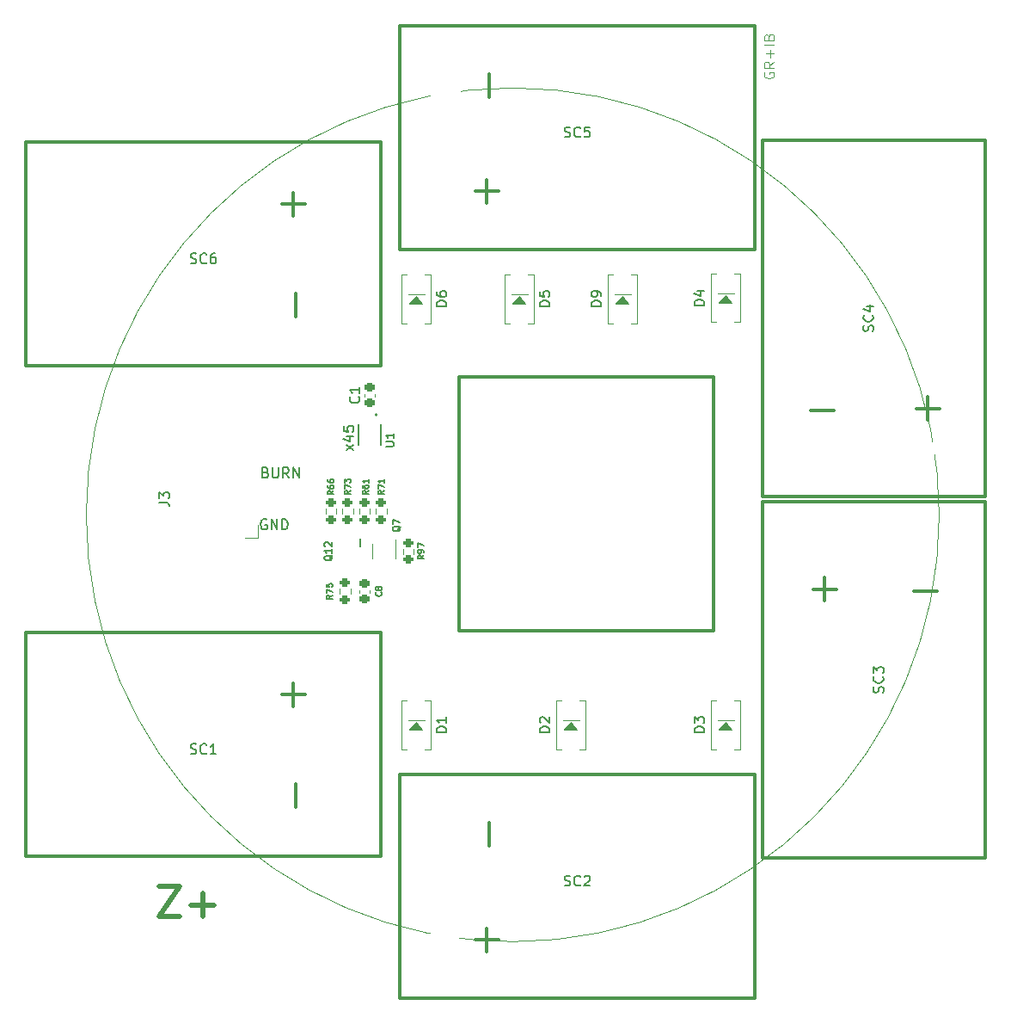
<source format=gto>
%TF.GenerationSoftware,KiCad,Pcbnew,(6.0.5)*%
%TF.CreationDate,2022-07-09T16:00:03-07:00*%
%TF.ProjectId,solar-panel-side-Z-plus,736f6c61-722d-4706-916e-656c2d736964,rev?*%
%TF.SameCoordinates,Original*%
%TF.FileFunction,Legend,Top*%
%TF.FilePolarity,Positive*%
%FSLAX46Y46*%
G04 Gerber Fmt 4.6, Leading zero omitted, Abs format (unit mm)*
G04 Created by KiCad (PCBNEW (6.0.5)) date 2022-07-09 16:00:03*
%MOMM*%
%LPD*%
G01*
G04 APERTURE LIST*
G04 Aperture macros list*
%AMRoundRect*
0 Rectangle with rounded corners*
0 $1 Rounding radius*
0 $2 $3 $4 $5 $6 $7 $8 $9 X,Y pos of 4 corners*
0 Add a 4 corners polygon primitive as box body*
4,1,4,$2,$3,$4,$5,$6,$7,$8,$9,$2,$3,0*
0 Add four circle primitives for the rounded corners*
1,1,$1+$1,$2,$3*
1,1,$1+$1,$4,$5*
1,1,$1+$1,$6,$7*
1,1,$1+$1,$8,$9*
0 Add four rect primitives between the rounded corners*
20,1,$1+$1,$2,$3,$4,$5,0*
20,1,$1+$1,$4,$5,$6,$7,0*
20,1,$1+$1,$6,$7,$8,$9,0*
20,1,$1+$1,$8,$9,$2,$3,0*%
G04 Aperture macros list end*
%ADD10C,0.120000*%
%ADD11C,0.500000*%
%ADD12C,0.150000*%
%ADD13C,0.100000*%
%ADD14C,0.300000*%
%ADD15C,0.127000*%
%ADD16C,0.200000*%
%ADD17R,1.700000X2.500000*%
%ADD18C,3.000000*%
%ADD19R,1.700000X1.700000*%
%ADD20O,1.700000X1.700000*%
%ADD21RoundRect,0.225000X0.250000X-0.225000X0.250000X0.225000X-0.250000X0.225000X-0.250000X-0.225000X0*%
%ADD22R,0.270000X0.740000*%
%ADD23R,1.350000X0.650000*%
%ADD24C,3.800000*%
%ADD25C,2.600000*%
%ADD26RoundRect,0.200000X0.275000X-0.200000X0.275000X0.200000X-0.275000X0.200000X-0.275000X-0.200000X0*%
%ADD27RoundRect,0.200000X-0.275000X0.200000X-0.275000X-0.200000X0.275000X-0.200000X0.275000X0.200000X0*%
%ADD28R,0.400000X0.650000*%
%ADD29RoundRect,0.225000X-0.250000X0.225000X-0.250000X-0.225000X0.250000X-0.225000X0.250000X0.225000X0*%
%ADD30R,0.400000X0.600000*%
G04 APERTURE END LIST*
D10*
X191220000Y-96164000D02*
G75*
G03*
X191220000Y-96164000I-42000000J0D01*
G01*
D11*
X114389257Y-132723142D02*
X116389257Y-132723142D01*
X114389257Y-135723142D01*
X116389257Y-135723142D01*
X117532114Y-134580285D02*
X119817828Y-134580285D01*
X118674971Y-135723142D02*
X118674971Y-133437428D01*
D12*
X133548380Y-89796785D02*
X132881714Y-89272976D01*
X132881714Y-89796785D02*
X133548380Y-89272976D01*
X132881714Y-88463452D02*
X133548380Y-88463452D01*
X132500761Y-88701547D02*
X133215047Y-88939642D01*
X133215047Y-88320595D01*
X132548380Y-87463452D02*
X132548380Y-87939642D01*
X133024571Y-87987261D01*
X132976952Y-87939642D01*
X132929333Y-87844404D01*
X132929333Y-87606309D01*
X132976952Y-87511071D01*
X133024571Y-87463452D01*
X133119809Y-87415833D01*
X133357904Y-87415833D01*
X133453142Y-87463452D01*
X133500761Y-87511071D01*
X133548380Y-87606309D01*
X133548380Y-87844404D01*
X133500761Y-87939642D01*
X133453142Y-87987261D01*
D13*
X173998000Y-52649238D02*
X173950380Y-52744476D01*
X173950380Y-52887333D01*
X173998000Y-53030190D01*
X174093238Y-53125428D01*
X174188476Y-53173047D01*
X174378952Y-53220666D01*
X174521809Y-53220666D01*
X174712285Y-53173047D01*
X174807523Y-53125428D01*
X174902761Y-53030190D01*
X174950380Y-52887333D01*
X174950380Y-52792095D01*
X174902761Y-52649238D01*
X174855142Y-52601619D01*
X174521809Y-52601619D01*
X174521809Y-52792095D01*
X174950380Y-51601619D02*
X174474190Y-51934952D01*
X174950380Y-52173047D02*
X173950380Y-52173047D01*
X173950380Y-51792095D01*
X173998000Y-51696857D01*
X174045619Y-51649238D01*
X174140857Y-51601619D01*
X174283714Y-51601619D01*
X174378952Y-51649238D01*
X174426571Y-51696857D01*
X174474190Y-51792095D01*
X174474190Y-52173047D01*
X174569428Y-51173047D02*
X174569428Y-50411142D01*
X174950380Y-50792095D02*
X174188476Y-50792095D01*
X174950380Y-49934952D02*
X173950380Y-49934952D01*
X174426571Y-49125428D02*
X174474190Y-48982571D01*
X174521809Y-48934952D01*
X174617047Y-48887333D01*
X174759904Y-48887333D01*
X174855142Y-48934952D01*
X174902761Y-48982571D01*
X174950380Y-49077809D01*
X174950380Y-49458761D01*
X173950380Y-49458761D01*
X173950380Y-49125428D01*
X173998000Y-49030190D01*
X174045619Y-48982571D01*
X174140857Y-48934952D01*
X174236095Y-48934952D01*
X174331333Y-48982571D01*
X174378952Y-49030190D01*
X174426571Y-49125428D01*
X174426571Y-49458761D01*
D12*
X152852380Y-117578095D02*
X151852380Y-117578095D01*
X151852380Y-117340000D01*
X151900000Y-117197142D01*
X151995238Y-117101904D01*
X152090476Y-117054285D01*
X152280952Y-117006666D01*
X152423809Y-117006666D01*
X152614285Y-117054285D01*
X152709523Y-117101904D01*
X152804761Y-117197142D01*
X152852380Y-117340000D01*
X152852380Y-117578095D01*
X151947619Y-116625714D02*
X151900000Y-116578095D01*
X151852380Y-116482857D01*
X151852380Y-116244761D01*
X151900000Y-116149523D01*
X151947619Y-116101904D01*
X152042857Y-116054285D01*
X152138095Y-116054285D01*
X152280952Y-116101904D01*
X152852380Y-116673333D01*
X152852380Y-116054285D01*
X168092380Y-117578095D02*
X167092380Y-117578095D01*
X167092380Y-117340000D01*
X167140000Y-117197142D01*
X167235238Y-117101904D01*
X167330476Y-117054285D01*
X167520952Y-117006666D01*
X167663809Y-117006666D01*
X167854285Y-117054285D01*
X167949523Y-117101904D01*
X168044761Y-117197142D01*
X168092380Y-117340000D01*
X168092380Y-117578095D01*
X167092380Y-116673333D02*
X167092380Y-116054285D01*
X167473333Y-116387619D01*
X167473333Y-116244761D01*
X167520952Y-116149523D01*
X167568571Y-116101904D01*
X167663809Y-116054285D01*
X167901904Y-116054285D01*
X167997142Y-116101904D01*
X168044761Y-116149523D01*
X168092380Y-116244761D01*
X168092380Y-116530476D01*
X168044761Y-116625714D01*
X167997142Y-116673333D01*
X152852380Y-75668095D02*
X151852380Y-75668095D01*
X151852380Y-75430000D01*
X151900000Y-75287142D01*
X151995238Y-75191904D01*
X152090476Y-75144285D01*
X152280952Y-75096666D01*
X152423809Y-75096666D01*
X152614285Y-75144285D01*
X152709523Y-75191904D01*
X152804761Y-75287142D01*
X152852380Y-75430000D01*
X152852380Y-75668095D01*
X151852380Y-74191904D02*
X151852380Y-74668095D01*
X152328571Y-74715714D01*
X152280952Y-74668095D01*
X152233333Y-74572857D01*
X152233333Y-74334761D01*
X152280952Y-74239523D01*
X152328571Y-74191904D01*
X152423809Y-74144285D01*
X152661904Y-74144285D01*
X152757142Y-74191904D01*
X152804761Y-74239523D01*
X152852380Y-74334761D01*
X152852380Y-74572857D01*
X152804761Y-74668095D01*
X152757142Y-74715714D01*
X142692380Y-75668095D02*
X141692380Y-75668095D01*
X141692380Y-75430000D01*
X141740000Y-75287142D01*
X141835238Y-75191904D01*
X141930476Y-75144285D01*
X142120952Y-75096666D01*
X142263809Y-75096666D01*
X142454285Y-75144285D01*
X142549523Y-75191904D01*
X142644761Y-75287142D01*
X142692380Y-75430000D01*
X142692380Y-75668095D01*
X141692380Y-74239523D02*
X141692380Y-74430000D01*
X141740000Y-74525238D01*
X141787619Y-74572857D01*
X141930476Y-74668095D01*
X142120952Y-74715714D01*
X142501904Y-74715714D01*
X142597142Y-74668095D01*
X142644761Y-74620476D01*
X142692380Y-74525238D01*
X142692380Y-74334761D01*
X142644761Y-74239523D01*
X142597142Y-74191904D01*
X142501904Y-74144285D01*
X142263809Y-74144285D01*
X142168571Y-74191904D01*
X142120952Y-74239523D01*
X142073333Y-74334761D01*
X142073333Y-74525238D01*
X142120952Y-74620476D01*
X142168571Y-74668095D01*
X142263809Y-74715714D01*
X154313095Y-58959761D02*
X154455952Y-59007380D01*
X154694047Y-59007380D01*
X154789285Y-58959761D01*
X154836904Y-58912142D01*
X154884523Y-58816904D01*
X154884523Y-58721666D01*
X154836904Y-58626428D01*
X154789285Y-58578809D01*
X154694047Y-58531190D01*
X154503571Y-58483571D01*
X154408333Y-58435952D01*
X154360714Y-58388333D01*
X154313095Y-58293095D01*
X154313095Y-58197857D01*
X154360714Y-58102619D01*
X154408333Y-58055000D01*
X154503571Y-58007380D01*
X154741666Y-58007380D01*
X154884523Y-58055000D01*
X155884523Y-58912142D02*
X155836904Y-58959761D01*
X155694047Y-59007380D01*
X155598809Y-59007380D01*
X155455952Y-58959761D01*
X155360714Y-58864523D01*
X155313095Y-58769285D01*
X155265476Y-58578809D01*
X155265476Y-58435952D01*
X155313095Y-58245476D01*
X155360714Y-58150238D01*
X155455952Y-58055000D01*
X155598809Y-58007380D01*
X155694047Y-58007380D01*
X155836904Y-58055000D01*
X155884523Y-58102619D01*
X156789285Y-58007380D02*
X156313095Y-58007380D01*
X156265476Y-58483571D01*
X156313095Y-58435952D01*
X156408333Y-58388333D01*
X156646428Y-58388333D01*
X156741666Y-58435952D01*
X156789285Y-58483571D01*
X156836904Y-58578809D01*
X156836904Y-58816904D01*
X156789285Y-58912142D01*
X156741666Y-58959761D01*
X156646428Y-59007380D01*
X156408333Y-59007380D01*
X156313095Y-58959761D01*
X156265476Y-58912142D01*
D14*
X145542142Y-64349285D02*
X147827857Y-64349285D01*
X146685000Y-65492142D02*
X146685000Y-63206428D01*
X146899285Y-55117857D02*
X146899285Y-52832142D01*
D12*
X117483095Y-71389761D02*
X117625952Y-71437380D01*
X117864047Y-71437380D01*
X117959285Y-71389761D01*
X118006904Y-71342142D01*
X118054523Y-71246904D01*
X118054523Y-71151666D01*
X118006904Y-71056428D01*
X117959285Y-71008809D01*
X117864047Y-70961190D01*
X117673571Y-70913571D01*
X117578333Y-70865952D01*
X117530714Y-70818333D01*
X117483095Y-70723095D01*
X117483095Y-70627857D01*
X117530714Y-70532619D01*
X117578333Y-70485000D01*
X117673571Y-70437380D01*
X117911666Y-70437380D01*
X118054523Y-70485000D01*
X119054523Y-71342142D02*
X119006904Y-71389761D01*
X118864047Y-71437380D01*
X118768809Y-71437380D01*
X118625952Y-71389761D01*
X118530714Y-71294523D01*
X118483095Y-71199285D01*
X118435476Y-71008809D01*
X118435476Y-70865952D01*
X118483095Y-70675476D01*
X118530714Y-70580238D01*
X118625952Y-70485000D01*
X118768809Y-70437380D01*
X118864047Y-70437380D01*
X119006904Y-70485000D01*
X119054523Y-70532619D01*
X119911666Y-70437380D02*
X119721190Y-70437380D01*
X119625952Y-70485000D01*
X119578333Y-70532619D01*
X119483095Y-70675476D01*
X119435476Y-70865952D01*
X119435476Y-71246904D01*
X119483095Y-71342142D01*
X119530714Y-71389761D01*
X119625952Y-71437380D01*
X119816428Y-71437380D01*
X119911666Y-71389761D01*
X119959285Y-71342142D01*
X120006904Y-71246904D01*
X120006904Y-71008809D01*
X119959285Y-70913571D01*
X119911666Y-70865952D01*
X119816428Y-70818333D01*
X119625952Y-70818333D01*
X119530714Y-70865952D01*
X119483095Y-70913571D01*
X119435476Y-71008809D01*
D14*
X126492142Y-65619285D02*
X128777857Y-65619285D01*
X127635000Y-66762142D02*
X127635000Y-64476428D01*
X127849285Y-76707857D02*
X127849285Y-74422142D01*
D12*
X114387380Y-94948333D02*
X115101666Y-94948333D01*
X115244523Y-94995952D01*
X115339761Y-95091190D01*
X115387380Y-95234047D01*
X115387380Y-95329285D01*
X114387380Y-94567380D02*
X114387380Y-93948333D01*
X114768333Y-94281666D01*
X114768333Y-94138809D01*
X114815952Y-94043571D01*
X114863571Y-93995952D01*
X114958809Y-93948333D01*
X115196904Y-93948333D01*
X115292142Y-93995952D01*
X115339761Y-94043571D01*
X115387380Y-94138809D01*
X115387380Y-94424523D01*
X115339761Y-94519761D01*
X115292142Y-94567380D01*
X124968095Y-96655000D02*
X124872857Y-96607380D01*
X124730000Y-96607380D01*
X124587142Y-96655000D01*
X124491904Y-96750238D01*
X124444285Y-96845476D01*
X124396666Y-97035952D01*
X124396666Y-97178809D01*
X124444285Y-97369285D01*
X124491904Y-97464523D01*
X124587142Y-97559761D01*
X124730000Y-97607380D01*
X124825238Y-97607380D01*
X124968095Y-97559761D01*
X125015714Y-97512142D01*
X125015714Y-97178809D01*
X124825238Y-97178809D01*
X125444285Y-97607380D02*
X125444285Y-96607380D01*
X126015714Y-97607380D01*
X126015714Y-96607380D01*
X126491904Y-97607380D02*
X126491904Y-96607380D01*
X126730000Y-96607380D01*
X126872857Y-96655000D01*
X126968095Y-96750238D01*
X127015714Y-96845476D01*
X127063333Y-97035952D01*
X127063333Y-97178809D01*
X127015714Y-97369285D01*
X126968095Y-97464523D01*
X126872857Y-97559761D01*
X126730000Y-97607380D01*
X126491904Y-97607380D01*
X124888809Y-92003571D02*
X125031666Y-92051190D01*
X125079285Y-92098809D01*
X125126904Y-92194047D01*
X125126904Y-92336904D01*
X125079285Y-92432142D01*
X125031666Y-92479761D01*
X124936428Y-92527380D01*
X124555476Y-92527380D01*
X124555476Y-91527380D01*
X124888809Y-91527380D01*
X124984047Y-91575000D01*
X125031666Y-91622619D01*
X125079285Y-91717857D01*
X125079285Y-91813095D01*
X125031666Y-91908333D01*
X124984047Y-91955952D01*
X124888809Y-92003571D01*
X124555476Y-92003571D01*
X125555476Y-91527380D02*
X125555476Y-92336904D01*
X125603095Y-92432142D01*
X125650714Y-92479761D01*
X125745952Y-92527380D01*
X125936428Y-92527380D01*
X126031666Y-92479761D01*
X126079285Y-92432142D01*
X126126904Y-92336904D01*
X126126904Y-91527380D01*
X127174523Y-92527380D02*
X126841190Y-92051190D01*
X126603095Y-92527380D02*
X126603095Y-91527380D01*
X126984047Y-91527380D01*
X127079285Y-91575000D01*
X127126904Y-91622619D01*
X127174523Y-91717857D01*
X127174523Y-91860714D01*
X127126904Y-91955952D01*
X127079285Y-92003571D01*
X126984047Y-92051190D01*
X126603095Y-92051190D01*
X127603095Y-92527380D02*
X127603095Y-91527380D01*
X128174523Y-92527380D01*
X128174523Y-91527380D01*
X134055142Y-84558166D02*
X134102761Y-84605785D01*
X134150380Y-84748642D01*
X134150380Y-84843880D01*
X134102761Y-84986738D01*
X134007523Y-85081976D01*
X133912285Y-85129595D01*
X133721809Y-85177214D01*
X133578952Y-85177214D01*
X133388476Y-85129595D01*
X133293238Y-85081976D01*
X133198000Y-84986738D01*
X133150380Y-84843880D01*
X133150380Y-84748642D01*
X133198000Y-84605785D01*
X133245619Y-84558166D01*
X134150380Y-83605785D02*
X134150380Y-84177214D01*
X134150380Y-83891500D02*
X133150380Y-83891500D01*
X133293238Y-83986738D01*
X133388476Y-84081976D01*
X133436095Y-84177214D01*
X142692380Y-117578095D02*
X141692380Y-117578095D01*
X141692380Y-117340000D01*
X141740000Y-117197142D01*
X141835238Y-117101904D01*
X141930476Y-117054285D01*
X142120952Y-117006666D01*
X142263809Y-117006666D01*
X142454285Y-117054285D01*
X142549523Y-117101904D01*
X142644761Y-117197142D01*
X142692380Y-117340000D01*
X142692380Y-117578095D01*
X142692380Y-116054285D02*
X142692380Y-116625714D01*
X142692380Y-116340000D02*
X141692380Y-116340000D01*
X141835238Y-116435238D01*
X141930476Y-116530476D01*
X141978095Y-116625714D01*
X168092380Y-75573095D02*
X167092380Y-75573095D01*
X167092380Y-75335000D01*
X167140000Y-75192142D01*
X167235238Y-75096904D01*
X167330476Y-75049285D01*
X167520952Y-75001666D01*
X167663809Y-75001666D01*
X167854285Y-75049285D01*
X167949523Y-75096904D01*
X168044761Y-75192142D01*
X168092380Y-75335000D01*
X168092380Y-75573095D01*
X167425714Y-74144523D02*
X168092380Y-74144523D01*
X167044761Y-74382619D02*
X167759047Y-74620714D01*
X167759047Y-74001666D01*
X157932380Y-75668095D02*
X156932380Y-75668095D01*
X156932380Y-75430000D01*
X156980000Y-75287142D01*
X157075238Y-75191904D01*
X157170476Y-75144285D01*
X157360952Y-75096666D01*
X157503809Y-75096666D01*
X157694285Y-75144285D01*
X157789523Y-75191904D01*
X157884761Y-75287142D01*
X157932380Y-75430000D01*
X157932380Y-75668095D01*
X157932380Y-74620476D02*
X157932380Y-74430000D01*
X157884761Y-74334761D01*
X157837142Y-74287142D01*
X157694285Y-74191904D01*
X157503809Y-74144285D01*
X157122857Y-74144285D01*
X157027619Y-74191904D01*
X156980000Y-74239523D01*
X156932380Y-74334761D01*
X156932380Y-74525238D01*
X156980000Y-74620476D01*
X157027619Y-74668095D01*
X157122857Y-74715714D01*
X157360952Y-74715714D01*
X157456190Y-74668095D01*
X157503809Y-74620476D01*
X157551428Y-74525238D01*
X157551428Y-74334761D01*
X157503809Y-74239523D01*
X157456190Y-74191904D01*
X157360952Y-74144285D01*
X117483095Y-119649761D02*
X117625952Y-119697380D01*
X117864047Y-119697380D01*
X117959285Y-119649761D01*
X118006904Y-119602142D01*
X118054523Y-119506904D01*
X118054523Y-119411666D01*
X118006904Y-119316428D01*
X117959285Y-119268809D01*
X117864047Y-119221190D01*
X117673571Y-119173571D01*
X117578333Y-119125952D01*
X117530714Y-119078333D01*
X117483095Y-118983095D01*
X117483095Y-118887857D01*
X117530714Y-118792619D01*
X117578333Y-118745000D01*
X117673571Y-118697380D01*
X117911666Y-118697380D01*
X118054523Y-118745000D01*
X119054523Y-119602142D02*
X119006904Y-119649761D01*
X118864047Y-119697380D01*
X118768809Y-119697380D01*
X118625952Y-119649761D01*
X118530714Y-119554523D01*
X118483095Y-119459285D01*
X118435476Y-119268809D01*
X118435476Y-119125952D01*
X118483095Y-118935476D01*
X118530714Y-118840238D01*
X118625952Y-118745000D01*
X118768809Y-118697380D01*
X118864047Y-118697380D01*
X119006904Y-118745000D01*
X119054523Y-118792619D01*
X120006904Y-119697380D02*
X119435476Y-119697380D01*
X119721190Y-119697380D02*
X119721190Y-118697380D01*
X119625952Y-118840238D01*
X119530714Y-118935476D01*
X119435476Y-118983095D01*
D14*
X127849285Y-124967857D02*
X127849285Y-122682142D01*
X126492142Y-113879285D02*
X128777857Y-113879285D01*
X127635000Y-115022142D02*
X127635000Y-112736428D01*
D12*
X154313095Y-132619761D02*
X154455952Y-132667380D01*
X154694047Y-132667380D01*
X154789285Y-132619761D01*
X154836904Y-132572142D01*
X154884523Y-132476904D01*
X154884523Y-132381666D01*
X154836904Y-132286428D01*
X154789285Y-132238809D01*
X154694047Y-132191190D01*
X154503571Y-132143571D01*
X154408333Y-132095952D01*
X154360714Y-132048333D01*
X154313095Y-131953095D01*
X154313095Y-131857857D01*
X154360714Y-131762619D01*
X154408333Y-131715000D01*
X154503571Y-131667380D01*
X154741666Y-131667380D01*
X154884523Y-131715000D01*
X155884523Y-132572142D02*
X155836904Y-132619761D01*
X155694047Y-132667380D01*
X155598809Y-132667380D01*
X155455952Y-132619761D01*
X155360714Y-132524523D01*
X155313095Y-132429285D01*
X155265476Y-132238809D01*
X155265476Y-132095952D01*
X155313095Y-131905476D01*
X155360714Y-131810238D01*
X155455952Y-131715000D01*
X155598809Y-131667380D01*
X155694047Y-131667380D01*
X155836904Y-131715000D01*
X155884523Y-131762619D01*
X156265476Y-131762619D02*
X156313095Y-131715000D01*
X156408333Y-131667380D01*
X156646428Y-131667380D01*
X156741666Y-131715000D01*
X156789285Y-131762619D01*
X156836904Y-131857857D01*
X156836904Y-131953095D01*
X156789285Y-132095952D01*
X156217857Y-132667380D01*
X156836904Y-132667380D01*
D14*
X145542142Y-138009285D02*
X147827857Y-138009285D01*
X146685000Y-139152142D02*
X146685000Y-136866428D01*
X146899285Y-128777857D02*
X146899285Y-126492142D01*
D12*
X185689761Y-113656904D02*
X185737380Y-113514047D01*
X185737380Y-113275952D01*
X185689761Y-113180714D01*
X185642142Y-113133095D01*
X185546904Y-113085476D01*
X185451666Y-113085476D01*
X185356428Y-113133095D01*
X185308809Y-113180714D01*
X185261190Y-113275952D01*
X185213571Y-113466428D01*
X185165952Y-113561666D01*
X185118333Y-113609285D01*
X185023095Y-113656904D01*
X184927857Y-113656904D01*
X184832619Y-113609285D01*
X184785000Y-113561666D01*
X184737380Y-113466428D01*
X184737380Y-113228333D01*
X184785000Y-113085476D01*
X185642142Y-112085476D02*
X185689761Y-112133095D01*
X185737380Y-112275952D01*
X185737380Y-112371190D01*
X185689761Y-112514047D01*
X185594523Y-112609285D01*
X185499285Y-112656904D01*
X185308809Y-112704523D01*
X185165952Y-112704523D01*
X184975476Y-112656904D01*
X184880238Y-112609285D01*
X184785000Y-112514047D01*
X184737380Y-112371190D01*
X184737380Y-112275952D01*
X184785000Y-112133095D01*
X184832619Y-112085476D01*
X184737380Y-111752142D02*
X184737380Y-111133095D01*
X185118333Y-111466428D01*
X185118333Y-111323571D01*
X185165952Y-111228333D01*
X185213571Y-111180714D01*
X185308809Y-111133095D01*
X185546904Y-111133095D01*
X185642142Y-111180714D01*
X185689761Y-111228333D01*
X185737380Y-111323571D01*
X185737380Y-111609285D01*
X185689761Y-111704523D01*
X185642142Y-111752142D01*
D14*
X188722142Y-103719285D02*
X191007857Y-103719285D01*
X179919285Y-104647857D02*
X179919285Y-102362142D01*
X181062142Y-103505000D02*
X178776428Y-103505000D01*
D12*
X184689761Y-78096904D02*
X184737380Y-77954047D01*
X184737380Y-77715952D01*
X184689761Y-77620714D01*
X184642142Y-77573095D01*
X184546904Y-77525476D01*
X184451666Y-77525476D01*
X184356428Y-77573095D01*
X184308809Y-77620714D01*
X184261190Y-77715952D01*
X184213571Y-77906428D01*
X184165952Y-78001666D01*
X184118333Y-78049285D01*
X184023095Y-78096904D01*
X183927857Y-78096904D01*
X183832619Y-78049285D01*
X183785000Y-78001666D01*
X183737380Y-77906428D01*
X183737380Y-77668333D01*
X183785000Y-77525476D01*
X184642142Y-76525476D02*
X184689761Y-76573095D01*
X184737380Y-76715952D01*
X184737380Y-76811190D01*
X184689761Y-76954047D01*
X184594523Y-77049285D01*
X184499285Y-77096904D01*
X184308809Y-77144523D01*
X184165952Y-77144523D01*
X183975476Y-77096904D01*
X183880238Y-77049285D01*
X183785000Y-76954047D01*
X183737380Y-76811190D01*
X183737380Y-76715952D01*
X183785000Y-76573095D01*
X183832619Y-76525476D01*
X184070714Y-75668333D02*
X184737380Y-75668333D01*
X183689761Y-75906428D02*
X184404047Y-76144523D01*
X184404047Y-75525476D01*
D14*
X178562142Y-85939285D02*
X180847857Y-85939285D01*
X190079285Y-86867857D02*
X190079285Y-84582142D01*
X191222142Y-85725000D02*
X188936428Y-85725000D01*
D12*
X136697904Y-89414523D02*
X137345523Y-89414523D01*
X137421714Y-89376428D01*
X137459809Y-89338333D01*
X137497904Y-89262142D01*
X137497904Y-89109761D01*
X137459809Y-89033571D01*
X137421714Y-88995476D01*
X137345523Y-88957380D01*
X136697904Y-88957380D01*
X137497904Y-88157380D02*
X137497904Y-88614523D01*
X137497904Y-88385952D02*
X136697904Y-88385952D01*
X136812190Y-88462142D01*
X136888380Y-88538333D01*
X136926476Y-88614523D01*
X136542428Y-93794214D02*
X136256714Y-93994214D01*
X136542428Y-94137071D02*
X135942428Y-94137071D01*
X135942428Y-93908500D01*
X135971000Y-93851357D01*
X135999571Y-93822785D01*
X136056714Y-93794214D01*
X136142428Y-93794214D01*
X136199571Y-93822785D01*
X136228142Y-93851357D01*
X136256714Y-93908500D01*
X136256714Y-94137071D01*
X135942428Y-93594214D02*
X135942428Y-93194214D01*
X136542428Y-93451357D01*
X136542428Y-92651357D02*
X136542428Y-92994214D01*
X136542428Y-92822785D02*
X135942428Y-92822785D01*
X136028142Y-92879928D01*
X136085285Y-92937071D01*
X136113857Y-92994214D01*
X131462428Y-104081214D02*
X131176714Y-104281214D01*
X131462428Y-104424071D02*
X130862428Y-104424071D01*
X130862428Y-104195500D01*
X130891000Y-104138357D01*
X130919571Y-104109785D01*
X130976714Y-104081214D01*
X131062428Y-104081214D01*
X131119571Y-104109785D01*
X131148142Y-104138357D01*
X131176714Y-104195500D01*
X131176714Y-104424071D01*
X130862428Y-103881214D02*
X130862428Y-103481214D01*
X131462428Y-103738357D01*
X130862428Y-102966928D02*
X130862428Y-103252642D01*
X131148142Y-103281214D01*
X131119571Y-103252642D01*
X131091000Y-103195500D01*
X131091000Y-103052642D01*
X131119571Y-102995500D01*
X131148142Y-102966928D01*
X131205285Y-102938357D01*
X131348142Y-102938357D01*
X131405285Y-102966928D01*
X131433857Y-102995500D01*
X131462428Y-103052642D01*
X131462428Y-103195500D01*
X131433857Y-103252642D01*
X131405285Y-103281214D01*
X133240428Y-93794214D02*
X132954714Y-93994214D01*
X133240428Y-94137071D02*
X132640428Y-94137071D01*
X132640428Y-93908500D01*
X132669000Y-93851357D01*
X132697571Y-93822785D01*
X132754714Y-93794214D01*
X132840428Y-93794214D01*
X132897571Y-93822785D01*
X132926142Y-93851357D01*
X132954714Y-93908500D01*
X132954714Y-94137071D01*
X132640428Y-93594214D02*
X132640428Y-93194214D01*
X133240428Y-93451357D01*
X132640428Y-93022785D02*
X132640428Y-92651357D01*
X132869000Y-92851357D01*
X132869000Y-92765642D01*
X132897571Y-92708500D01*
X132926142Y-92679928D01*
X132983285Y-92651357D01*
X133126142Y-92651357D01*
X133183285Y-92679928D01*
X133211857Y-92708500D01*
X133240428Y-92765642D01*
X133240428Y-92937071D01*
X133211857Y-92994214D01*
X133183285Y-93022785D01*
X140479428Y-100144214D02*
X140193714Y-100344214D01*
X140479428Y-100487071D02*
X139879428Y-100487071D01*
X139879428Y-100258500D01*
X139908000Y-100201357D01*
X139936571Y-100172785D01*
X139993714Y-100144214D01*
X140079428Y-100144214D01*
X140136571Y-100172785D01*
X140165142Y-100201357D01*
X140193714Y-100258500D01*
X140193714Y-100487071D01*
X140479428Y-99858500D02*
X140479428Y-99744214D01*
X140450857Y-99687071D01*
X140422285Y-99658500D01*
X140336571Y-99601357D01*
X140222285Y-99572785D01*
X139993714Y-99572785D01*
X139936571Y-99601357D01*
X139908000Y-99629928D01*
X139879428Y-99687071D01*
X139879428Y-99801357D01*
X139908000Y-99858500D01*
X139936571Y-99887071D01*
X139993714Y-99915642D01*
X140136571Y-99915642D01*
X140193714Y-99887071D01*
X140222285Y-99858500D01*
X140250857Y-99801357D01*
X140250857Y-99687071D01*
X140222285Y-99629928D01*
X140193714Y-99601357D01*
X140136571Y-99572785D01*
X139879428Y-99372785D02*
X139879428Y-98972785D01*
X140479428Y-99229928D01*
X131589428Y-93794214D02*
X131303714Y-93994214D01*
X131589428Y-94137071D02*
X130989428Y-94137071D01*
X130989428Y-93908500D01*
X131018000Y-93851357D01*
X131046571Y-93822785D01*
X131103714Y-93794214D01*
X131189428Y-93794214D01*
X131246571Y-93822785D01*
X131275142Y-93851357D01*
X131303714Y-93908500D01*
X131303714Y-94137071D01*
X130989428Y-93279928D02*
X130989428Y-93394214D01*
X131018000Y-93451357D01*
X131046571Y-93479928D01*
X131132285Y-93537071D01*
X131246571Y-93565642D01*
X131475142Y-93565642D01*
X131532285Y-93537071D01*
X131560857Y-93508500D01*
X131589428Y-93451357D01*
X131589428Y-93337071D01*
X131560857Y-93279928D01*
X131532285Y-93251357D01*
X131475142Y-93222785D01*
X131332285Y-93222785D01*
X131275142Y-93251357D01*
X131246571Y-93279928D01*
X131218000Y-93337071D01*
X131218000Y-93451357D01*
X131246571Y-93508500D01*
X131275142Y-93537071D01*
X131332285Y-93565642D01*
X130989428Y-92708500D02*
X130989428Y-92822785D01*
X131018000Y-92879928D01*
X131046571Y-92908500D01*
X131132285Y-92965642D01*
X131246571Y-92994214D01*
X131475142Y-92994214D01*
X131532285Y-92965642D01*
X131560857Y-92937071D01*
X131589428Y-92879928D01*
X131589428Y-92765642D01*
X131560857Y-92708500D01*
X131532285Y-92679928D01*
X131475142Y-92651357D01*
X131332285Y-92651357D01*
X131275142Y-92679928D01*
X131246571Y-92708500D01*
X131218000Y-92765642D01*
X131218000Y-92879928D01*
X131246571Y-92937071D01*
X131275142Y-92965642D01*
X131332285Y-92994214D01*
X135018428Y-93794214D02*
X134732714Y-93994214D01*
X135018428Y-94137071D02*
X134418428Y-94137071D01*
X134418428Y-93908500D01*
X134447000Y-93851357D01*
X134475571Y-93822785D01*
X134532714Y-93794214D01*
X134618428Y-93794214D01*
X134675571Y-93822785D01*
X134704142Y-93851357D01*
X134732714Y-93908500D01*
X134732714Y-94137071D01*
X134418428Y-93279928D02*
X134418428Y-93394214D01*
X134447000Y-93451357D01*
X134475571Y-93479928D01*
X134561285Y-93537071D01*
X134675571Y-93565642D01*
X134904142Y-93565642D01*
X134961285Y-93537071D01*
X134989857Y-93508500D01*
X135018428Y-93451357D01*
X135018428Y-93337071D01*
X134989857Y-93279928D01*
X134961285Y-93251357D01*
X134904142Y-93222785D01*
X134761285Y-93222785D01*
X134704142Y-93251357D01*
X134675571Y-93279928D01*
X134647000Y-93337071D01*
X134647000Y-93451357D01*
X134675571Y-93508500D01*
X134704142Y-93537071D01*
X134761285Y-93565642D01*
X135018428Y-92651357D02*
X135018428Y-92994214D01*
X135018428Y-92822785D02*
X134418428Y-92822785D01*
X134504142Y-92879928D01*
X134561285Y-92937071D01*
X134589857Y-92994214D01*
X138178333Y-97285166D02*
X138145000Y-97351833D01*
X138078333Y-97418500D01*
X137978333Y-97518500D01*
X137945000Y-97585166D01*
X137945000Y-97651833D01*
X138111666Y-97618500D02*
X138078333Y-97685166D01*
X138011666Y-97751833D01*
X137878333Y-97785166D01*
X137645000Y-97785166D01*
X137511666Y-97751833D01*
X137445000Y-97685166D01*
X137411666Y-97618500D01*
X137411666Y-97485166D01*
X137445000Y-97418500D01*
X137511666Y-97351833D01*
X137645000Y-97318500D01*
X137878333Y-97318500D01*
X138011666Y-97351833D01*
X138078333Y-97418500D01*
X138111666Y-97485166D01*
X138111666Y-97618500D01*
X137411666Y-97085166D02*
X137411666Y-96618500D01*
X138111666Y-96918500D01*
X136264285Y-103795500D02*
X136292857Y-103824071D01*
X136321428Y-103909785D01*
X136321428Y-103966928D01*
X136292857Y-104052642D01*
X136235714Y-104109785D01*
X136178571Y-104138357D01*
X136064285Y-104166928D01*
X135978571Y-104166928D01*
X135864285Y-104138357D01*
X135807142Y-104109785D01*
X135750000Y-104052642D01*
X135721428Y-103966928D01*
X135721428Y-103909785D01*
X135750000Y-103824071D01*
X135778571Y-103795500D01*
X135978571Y-103452642D02*
X135950000Y-103509785D01*
X135921428Y-103538357D01*
X135864285Y-103566928D01*
X135835714Y-103566928D01*
X135778571Y-103538357D01*
X135750000Y-103509785D01*
X135721428Y-103452642D01*
X135721428Y-103338357D01*
X135750000Y-103281214D01*
X135778571Y-103252642D01*
X135835714Y-103224071D01*
X135864285Y-103224071D01*
X135921428Y-103252642D01*
X135950000Y-103281214D01*
X135978571Y-103338357D01*
X135978571Y-103452642D01*
X136007142Y-103509785D01*
X136035714Y-103538357D01*
X136092857Y-103566928D01*
X136207142Y-103566928D01*
X136264285Y-103538357D01*
X136292857Y-103509785D01*
X136321428Y-103452642D01*
X136321428Y-103338357D01*
X136292857Y-103281214D01*
X136264285Y-103252642D01*
X136207142Y-103224071D01*
X136092857Y-103224071D01*
X136035714Y-103252642D01*
X136007142Y-103281214D01*
X135978571Y-103338357D01*
D15*
X131447333Y-100158500D02*
X131414000Y-100225166D01*
X131347333Y-100291833D01*
X131247333Y-100391833D01*
X131214000Y-100458500D01*
X131214000Y-100525166D01*
X131380666Y-100491833D02*
X131347333Y-100558500D01*
X131280666Y-100625166D01*
X131147333Y-100658500D01*
X130914000Y-100658500D01*
X130780666Y-100625166D01*
X130714000Y-100558500D01*
X130680666Y-100491833D01*
X130680666Y-100358500D01*
X130714000Y-100291833D01*
X130780666Y-100225166D01*
X130914000Y-100191833D01*
X131147333Y-100191833D01*
X131280666Y-100225166D01*
X131347333Y-100291833D01*
X131380666Y-100358500D01*
X131380666Y-100491833D01*
X131380666Y-99525166D02*
X131380666Y-99925166D01*
X131380666Y-99725166D02*
X130680666Y-99725166D01*
X130780666Y-99791833D01*
X130847333Y-99858500D01*
X130880666Y-99925166D01*
X130747333Y-99258500D02*
X130714000Y-99225166D01*
X130680666Y-99158500D01*
X130680666Y-98991833D01*
X130714000Y-98925166D01*
X130747333Y-98891833D01*
X130814000Y-98858500D01*
X130880666Y-98858500D01*
X130980666Y-98891833D01*
X131380666Y-99291833D01*
X131380666Y-98858500D01*
D10*
X155752800Y-116408200D02*
X154203400Y-116408200D01*
X153490000Y-119215000D02*
X156390000Y-119215000D01*
X153490000Y-114465000D02*
X156390000Y-114465000D01*
X156390000Y-114465000D02*
X156390000Y-119215000D01*
X153490000Y-114465000D02*
X153490000Y-119215000D01*
G36*
X155575000Y-117348000D02*
G01*
X154228800Y-117348000D01*
X154965400Y-116535200D01*
X155575000Y-117348000D01*
G37*
D13*
X155575000Y-117348000D02*
X154228800Y-117348000D01*
X154965400Y-116535200D01*
X155575000Y-117348000D01*
D10*
X170992800Y-116408200D02*
X169443400Y-116408200D01*
X171630000Y-114465000D02*
X171630000Y-119215000D01*
X168730000Y-114465000D02*
X171630000Y-114465000D01*
X168730000Y-119215000D02*
X171630000Y-119215000D01*
X168730000Y-114465000D02*
X168730000Y-119215000D01*
G36*
X170815000Y-117348000D02*
G01*
X169468800Y-117348000D01*
X170205400Y-116535200D01*
X170815000Y-117348000D01*
G37*
D13*
X170815000Y-117348000D02*
X169468800Y-117348000D01*
X170205400Y-116535200D01*
X170815000Y-117348000D01*
D10*
X150672800Y-74498200D02*
X149123400Y-74498200D01*
X148410000Y-77305000D02*
X151310000Y-77305000D01*
X148410000Y-72555000D02*
X151310000Y-72555000D01*
X151310000Y-72555000D02*
X151310000Y-77305000D01*
X148410000Y-72555000D02*
X148410000Y-77305000D01*
G36*
X150495000Y-75438000D02*
G01*
X149148800Y-75438000D01*
X149885400Y-74625200D01*
X150495000Y-75438000D01*
G37*
D13*
X150495000Y-75438000D02*
X149148800Y-75438000D01*
X149885400Y-74625200D01*
X150495000Y-75438000D01*
D10*
X138250000Y-72555000D02*
X141150000Y-72555000D01*
X140512800Y-74498200D02*
X138963400Y-74498200D01*
X138250000Y-77305000D02*
X141150000Y-77305000D01*
X141150000Y-72555000D02*
X141150000Y-77305000D01*
X138250000Y-72555000D02*
X138250000Y-77305000D01*
G36*
X140335000Y-75438000D02*
G01*
X138988800Y-75438000D01*
X139725400Y-74625200D01*
X140335000Y-75438000D01*
G37*
D13*
X140335000Y-75438000D02*
X138988800Y-75438000D01*
X139725400Y-74625200D01*
X140335000Y-75438000D01*
D14*
X138075000Y-70055000D02*
X138075000Y-48055000D01*
X173075000Y-48055000D02*
X173075000Y-70055000D01*
X138075000Y-48055000D02*
X173075000Y-48055000D01*
X173075000Y-70055000D02*
X138075000Y-70055000D01*
X136245000Y-81485000D02*
X101245000Y-81485000D01*
X101245000Y-59485000D02*
X136245000Y-59485000D01*
X101245000Y-81485000D02*
X101245000Y-59485000D01*
X136245000Y-59485000D02*
X136245000Y-81485000D01*
D10*
X124115000Y-97155000D02*
X124115000Y-98425000D01*
X124115000Y-98425000D02*
X122845000Y-98425000D01*
X135638000Y-84532080D02*
X135638000Y-84250920D01*
X134618000Y-84532080D02*
X134618000Y-84250920D01*
X138250000Y-114465000D02*
X138250000Y-119215000D01*
X138250000Y-114465000D02*
X141150000Y-114465000D01*
X138250000Y-119215000D02*
X141150000Y-119215000D01*
X140512800Y-116408200D02*
X138963400Y-116408200D01*
X141150000Y-114465000D02*
X141150000Y-119215000D01*
G36*
X140335000Y-117348000D02*
G01*
X138988800Y-117348000D01*
X139725400Y-116535200D01*
X140335000Y-117348000D01*
G37*
D13*
X140335000Y-117348000D02*
X138988800Y-117348000D01*
X139725400Y-116535200D01*
X140335000Y-117348000D01*
D10*
X168730000Y-72460000D02*
X171630000Y-72460000D01*
X170992800Y-74403200D02*
X169443400Y-74403200D01*
X171630000Y-72460000D02*
X171630000Y-77210000D01*
X168730000Y-77210000D02*
X171630000Y-77210000D01*
X168730000Y-72460000D02*
X168730000Y-77210000D01*
G36*
X170815000Y-75343000D02*
G01*
X169468800Y-75343000D01*
X170205400Y-74530200D01*
X170815000Y-75343000D01*
G37*
D13*
X170815000Y-75343000D02*
X169468800Y-75343000D01*
X170205400Y-74530200D01*
X170815000Y-75343000D01*
D10*
X158570000Y-72555000D02*
X158570000Y-77305000D01*
X158570000Y-72555000D02*
X161470000Y-72555000D01*
X160832800Y-74498200D02*
X159283400Y-74498200D01*
X158570000Y-77305000D02*
X161470000Y-77305000D01*
X161470000Y-72555000D02*
X161470000Y-77305000D01*
G36*
X160655000Y-75438000D02*
G01*
X159308800Y-75438000D01*
X160045400Y-74625200D01*
X160655000Y-75438000D01*
G37*
D13*
X160655000Y-75438000D02*
X159308800Y-75438000D01*
X160045400Y-74625200D01*
X160655000Y-75438000D01*
D14*
X101245000Y-107745000D02*
X136245000Y-107745000D01*
X136245000Y-107745000D02*
X136245000Y-129745000D01*
X136245000Y-129745000D02*
X101245000Y-129745000D01*
X101245000Y-129745000D02*
X101245000Y-107745000D01*
X173075000Y-143715000D02*
X138075000Y-143715000D01*
X173075000Y-121715000D02*
X173075000Y-143715000D01*
X138075000Y-121715000D02*
X173075000Y-121715000D01*
X138075000Y-143715000D02*
X138075000Y-121715000D01*
X173785000Y-94895000D02*
X195785000Y-94895000D01*
X195785000Y-129895000D02*
X173785000Y-129895000D01*
X195785000Y-94895000D02*
X195785000Y-129895000D01*
X173785000Y-129895000D02*
X173785000Y-94895000D01*
X195785000Y-94335000D02*
X173785000Y-94335000D01*
X195785000Y-59335000D02*
X195785000Y-94335000D01*
X173785000Y-59335000D02*
X195785000Y-59335000D01*
X173785000Y-94335000D02*
X173785000Y-59335000D01*
D15*
X136227000Y-87265000D02*
X136227000Y-89265000D01*
X134029000Y-87265000D02*
X134029000Y-89265000D01*
D16*
X135878000Y-86330000D02*
G75*
G03*
X135878000Y-86330000I-100000J0D01*
G01*
D10*
X136793500Y-96058758D02*
X136793500Y-95584242D01*
X135748500Y-96058758D02*
X135748500Y-95584242D01*
X132192500Y-103932758D02*
X132192500Y-103458242D01*
X133237500Y-103932758D02*
X133237500Y-103458242D01*
X133491500Y-95584242D02*
X133491500Y-96058758D01*
X132446500Y-95584242D02*
X132446500Y-96058758D01*
X138415500Y-99995758D02*
X138415500Y-99521242D01*
X139460500Y-99995758D02*
X139460500Y-99521242D01*
X130795500Y-95584242D02*
X130795500Y-96058758D01*
X131840500Y-95584242D02*
X131840500Y-96058758D01*
X134097500Y-95584242D02*
X134097500Y-96058758D01*
X135142500Y-95584242D02*
X135142500Y-96058758D01*
X137685000Y-100458500D02*
X137685000Y-98558500D01*
X135365000Y-99058500D02*
X135365000Y-100458500D01*
X135130000Y-103554920D02*
X135130000Y-103836080D01*
X134110000Y-103554920D02*
X134110000Y-103836080D01*
D16*
X134169000Y-98518500D02*
X134169000Y-99258500D01*
D14*
X143964000Y-107613500D02*
X168964000Y-107613500D01*
X143964000Y-107613500D02*
X143964000Y-82613500D01*
X143964000Y-82613500D02*
X168964000Y-82613500D01*
X168964000Y-107613500D02*
X168964000Y-82613500D01*
%LPC*%
D17*
X154940000Y-114840000D03*
X154940000Y-118840000D03*
X170180000Y-114840000D03*
X170180000Y-118840000D03*
X149860000Y-72930000D03*
X149860000Y-76930000D03*
X139700000Y-72930000D03*
X139700000Y-76930000D03*
D18*
X142575000Y-63555000D03*
X142575000Y-54555000D03*
X131745000Y-65985000D03*
X131745000Y-74985000D03*
D19*
X121285000Y-99695000D03*
X117475000Y-97155000D03*
X118745000Y-99695000D03*
X122845000Y-97155000D03*
D20*
X117475000Y-92075000D03*
D19*
X118745000Y-89535000D03*
X121285000Y-89535000D03*
D20*
X122845000Y-92075000D03*
D21*
X135128000Y-85166500D03*
X135128000Y-83616500D03*
D17*
X139700000Y-114840000D03*
X139700000Y-118840000D03*
X170180000Y-72835000D03*
X170180000Y-76835000D03*
X160020000Y-72930000D03*
X160020000Y-76930000D03*
D18*
X131745000Y-114245000D03*
X131745000Y-123245000D03*
X142575000Y-137215000D03*
X142575000Y-128215000D03*
X180285000Y-99395000D03*
X189285000Y-99395000D03*
X189285000Y-89835000D03*
X180285000Y-89835000D03*
D22*
X135778000Y-87270000D03*
X135128000Y-87270000D03*
X134478000Y-87270000D03*
X134478000Y-89260000D03*
X135128000Y-89260000D03*
X135778000Y-89260000D03*
D23*
X135128000Y-88265000D03*
D24*
X121760000Y-138340000D03*
D25*
X121760000Y-138340000D03*
X178434000Y-53340000D03*
D24*
X178434000Y-53340000D03*
X178434000Y-138340000D03*
D25*
X178434000Y-138340000D03*
X121760000Y-53340000D03*
D24*
X121760000Y-53340000D03*
D26*
X136271000Y-96646500D03*
X136271000Y-94996500D03*
X132715000Y-104520500D03*
X132715000Y-102870500D03*
D27*
X132969000Y-94996500D03*
X132969000Y-96646500D03*
D26*
X138938000Y-98933500D03*
X138938000Y-100583500D03*
D27*
X131318000Y-94996500D03*
X131318000Y-96646500D03*
X134620000Y-94996500D03*
X134620000Y-96646500D03*
D28*
X137175000Y-98808500D03*
X136525000Y-98808500D03*
X135875000Y-98808500D03*
X135875000Y-100708500D03*
X136525000Y-100708500D03*
X137175000Y-100708500D03*
D29*
X134620000Y-102920500D03*
X134620000Y-104470500D03*
D30*
X133619000Y-98808500D03*
X132969000Y-98808500D03*
X132319000Y-98808500D03*
X132319000Y-100708500D03*
X132969000Y-100708500D03*
X133619000Y-100708500D03*
M02*

</source>
